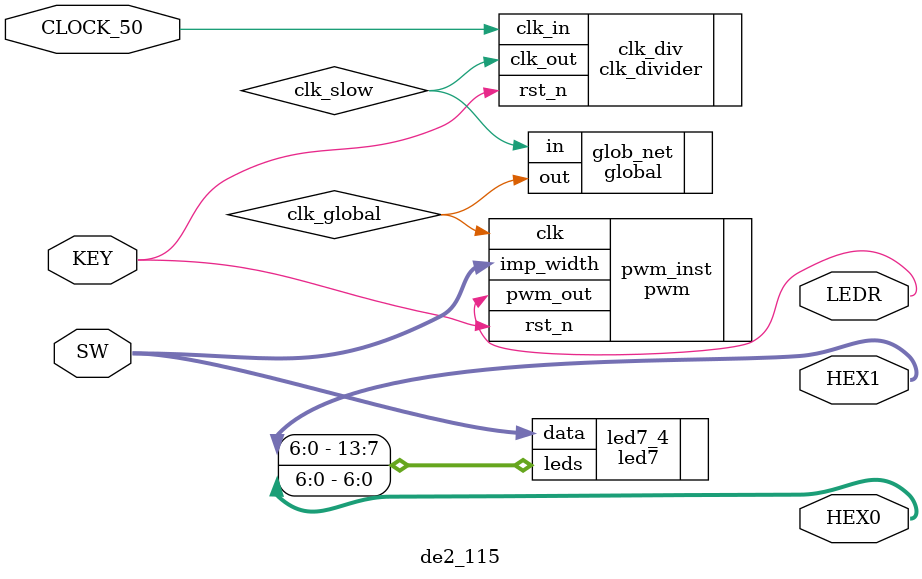
<source format=v>
module de2_115
(
  input        CLOCK_50,
  input [0:0]  KEY,
 
  input [7:0]  SW,
 
  output [0:0] LEDR,
 
  output [6:0] HEX1,
  output [6:0] HEX0
);

   localparam CNT_W = 8;
   
   wire               clk_slow;
   wire               clk_global;
   wire [CNT_W - 1:0] cnt_to_seg7;
   
 //Set WIDTH=18 for demostration this example
 clk_divider #(.WIDTH(18)) clk_div
 ( 
    .clk_in  ( CLOCK_50 ),
    .rst_n   ( KEY[0]   ),
    .clk_out ( clk_slow )
 );
   
  global glob_net
  (
     .in ( clk_slow   ),
     .out( clk_global )
  );

   pwm #(.PWM_WIDTH(8)) pwm_inst
   (
      .clk       ( clk_global ),
      .rst_n     ( KEY[0]     ),
      .imp_width ( SW         ),
      .pwm_out   ( LEDR       ),
   );
   
  
  led7 #(.COUNT(2)) led7_4
  (
    .data(SW),
    .leds({HEX1,HEX0})
  );
  
                          
endmodule

</source>
